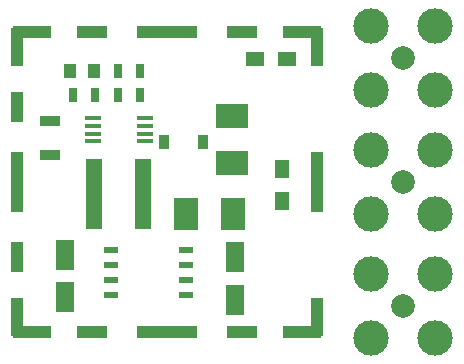
<source format=gts>
G04 #@! TF.FileFunction,Soldermask,Top*
%FSLAX46Y46*%
G04 Gerber Fmt 4.6, Leading zero omitted, Abs format (unit mm)*
G04 Created by KiCad (PCBNEW (2014-11-17 BZR 5289)-product) date Sat 29 Aug 2015 07:35:18 PM EDT*
%MOMM*%
G01*
G04 APERTURE LIST*
%ADD10C,0.100000*%
%ADD11R,1.450000X0.450000*%
%ADD12R,0.910000X1.220000*%
%ADD13R,1.700000X0.900000*%
%ADD14R,1.350000X6.000000*%
%ADD15R,0.700000X1.300000*%
%ADD16R,1.600200X2.600960*%
%ADD17R,1.143000X0.508000*%
%ADD18R,1.000000X1.250000*%
%ADD19R,2.000000X2.794000*%
%ADD20R,2.794000X2.000000*%
%ADD21C,1.998980*%
%ADD22C,3.000000*%
%ADD23R,3.300000X1.000000*%
%ADD24R,1.000000X3.300000*%
%ADD25R,1.000000X5.100000*%
%ADD26R,5.100000X1.000000*%
%ADD27R,1.000000X2.600000*%
%ADD28R,2.600000X1.000000*%
%ADD29R,1.500000X1.300000*%
%ADD30R,1.300000X1.500000*%
G04 APERTURE END LIST*
D10*
D11*
X158700000Y-125125000D03*
X158700000Y-125775000D03*
X158700000Y-126425000D03*
X158700000Y-127075000D03*
X163100000Y-127075000D03*
X163100000Y-126425000D03*
X163100000Y-125775000D03*
X163100000Y-125125000D03*
D12*
X164765000Y-127100000D03*
X168035000Y-127100000D03*
D13*
X155100000Y-125350000D03*
X155100000Y-128250000D03*
D14*
X158860000Y-131500000D03*
X163000000Y-131500000D03*
D15*
X157050000Y-123200000D03*
X158950000Y-123200000D03*
X162750000Y-123200000D03*
X160850000Y-123200000D03*
X160850000Y-121100000D03*
X162750000Y-121100000D03*
D16*
X156400000Y-136699140D03*
X156400000Y-140300860D03*
D17*
X166575000Y-136295000D03*
X166575000Y-137565000D03*
X166575000Y-138835000D03*
X166575000Y-140105000D03*
X160225000Y-140105000D03*
X160225000Y-138835000D03*
X160225000Y-137565000D03*
X160225000Y-136295000D03*
D18*
X158800000Y-121100000D03*
X156800000Y-121100000D03*
D16*
X170800000Y-140500860D03*
X170800000Y-136899140D03*
D19*
X166600000Y-133200000D03*
X170600000Y-133200000D03*
D20*
X170500000Y-124900000D03*
X170500000Y-128900000D03*
D21*
X185000000Y-141000000D03*
D22*
X187700020Y-143700020D03*
X187700020Y-138299980D03*
X182299980Y-138299980D03*
X182299980Y-143700020D03*
D21*
X185000000Y-130500000D03*
D22*
X187700020Y-133200020D03*
X187700020Y-127799980D03*
X182299980Y-127799980D03*
X182299980Y-133200020D03*
D21*
X185000000Y-120000000D03*
D22*
X187700020Y-122700020D03*
X187700020Y-117299980D03*
X182299980Y-117299980D03*
X182299980Y-122700020D03*
D23*
X153570000Y-143200000D03*
X176430000Y-143200000D03*
X176430000Y-117800000D03*
X153570000Y-117800000D03*
D24*
X177700000Y-119070000D03*
X177700000Y-141930000D03*
X152300000Y-141930000D03*
X152300000Y-119070000D03*
D25*
X152300000Y-130500000D03*
X177700000Y-130500000D03*
D26*
X165000000Y-117800000D03*
X165000000Y-143200000D03*
D27*
X177700000Y-119070000D03*
X177700000Y-141930000D03*
X152300000Y-136850000D03*
X152300000Y-124150000D03*
D28*
X158650000Y-143200000D03*
X158650000Y-117800000D03*
X171350000Y-117800000D03*
X171350000Y-143200000D03*
D29*
X172450000Y-120100000D03*
X175150000Y-120100000D03*
D30*
X174700000Y-132150000D03*
X174700000Y-129450000D03*
M02*

</source>
